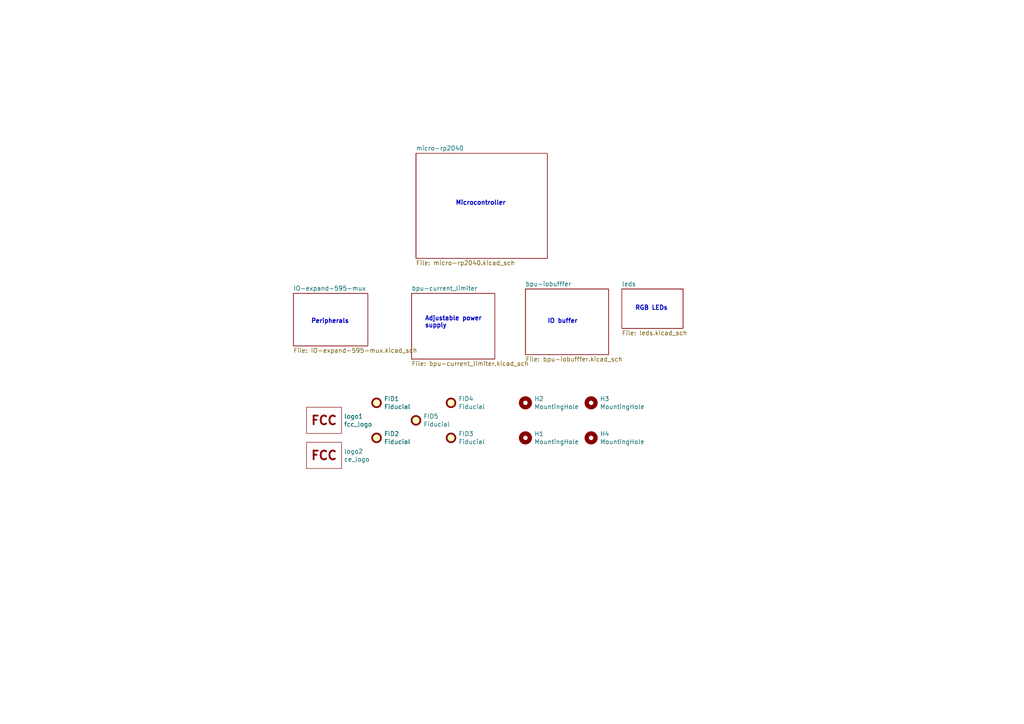
<source format=kicad_sch>
(kicad_sch (version 20231120) (generator "eeschema") (generator_version "8.0")
  (paper "A4")
  (lib_symbols
    (symbol "DP_logo_kicad:fcc_logo" (pin_names (offset 1.016))
      (property "Reference" "logo" (at 0 5.08 0))
      (property "Value" "fcc_logo" (at 0 -5.08 0))
      (symbol "fcc_logo_0_0"
        (rectangle (start -5.08 3.81) (end 5.08 -3.81))
        (text "FCC" (at 0 0 0) (effects (font (size 2.54 2.54) (bold yes))))
      )
    )
    (symbol "Mechanical:Fiducial"
      (property "Reference" "FID" (at 0 5.08 0))
      (property "Value" "Fiducial" (at 0 3.175 0))
      (symbol "Fiducial_0_1"
        (circle (center 0 0) (radius 1.27) (stroke (width 0.508)) (fill (type background)))
      )
    )
    (symbol "Mechanical:MountingHole" (pin_names (offset 1.016))
      (property "Reference" "H" (at 0 5.08 0))
      (property "Value" "MountingHole" (at 0 3.175 0))
      (symbol "MountingHole_0_1"
        (circle (center 0 0) (radius 1.27) (stroke (width 1.27)))
      )
    )
  )
  (text "Microcontroller" (at 132.08 59.69 0) (effects (font (size 1.27 1.27) (thickness 0.254) (bold yes)) (justify left bottom)))
  (text "Adjustable power \nsupply" (at 123.19 95.25 0) (effects (font (size 1.27 1.27) (thickness 0.254) (bold yes)) (justify left bottom)))
  (text "IO buffer" (at 158.75 93.98 0) (effects (font (size 1.27 1.27) (thickness 0.254) (bold yes)) (justify left bottom)))
  (text "Peripherals" (at 90.17 93.98 0) (effects (font (size 1.27 1.27) (thickness 0.254) (bold yes)) (justify left bottom)))
  (text "RGB LEDs" (at 184.15 90.17 0) (effects (font (size 1.27 1.27) (thickness 0.254) (bold yes)) (justify left bottom)))
  (symbol (lib_id "Mechanical:MountingHole") (at 152.4 116.84 0) (unit 1) (in_bom no)
    (property "Reference" "H2" (at 154.94 115.6716 0) (effects (justify left)))
    (property "Value" "MountingHole" (at 154.94 117.983 0) (effects (justify left)))
    (property "Footprint" "MountingHole:MountingHole_3.2mm_M3" (effects (hide yes)))
  )
  (symbol (lib_id "Mechanical:MountingHole") (at 152.4 127 0) (unit 1) (in_bom no)
    (property "Reference" "H1" (at 154.94 125.8316 0) (effects (justify left)))
    (property "Value" "MountingHole" (at 154.94 128.143 0) (effects (justify left)))
    (property "Footprint" "MountingHole:MountingHole_3.2mm_M3" (effects (hide yes)))
  )
  (symbol (lib_id "Mechanical:MountingHole") (at 171.45 116.84 0) (unit 1) (in_bom no)
    (property "Reference" "H3" (at 173.99 115.6716 0) (effects (justify left)))
    (property "Value" "MountingHole" (at 173.99 117.983 0) (effects (justify left)))
    (property "Footprint" "MountingHole:MountingHole_3.2mm_M3" (effects (hide yes)))
  )
  (symbol (lib_id "Mechanical:MountingHole") (at 171.45 127 0) (unit 1) (in_bom no)
    (property "Reference" "H4" (at 173.99 125.8316 0) (effects (justify left)))
    (property "Value" "MountingHole" (at 173.99 128.143 0) (effects (justify left)))
    (property "Footprint" "MountingHole:MountingHole_3.2mm_M3" (effects (hide yes)))
  )
  (symbol (lib_id "Mechanical:Fiducial") (at 109.22 116.84 0) (unit 1) (in_bom no)
    (property "Reference" "FID1" (at 111.379 115.6716 0) (effects (justify left)))
    (property "Value" "Fiducial" (at 111.379 117.983 0) (effects (justify left)))
    (property "Footprint" "Fiducial:Fiducial_1mm_Mask2mm" (effects (hide yes)))
  )
  (symbol (lib_id "Mechanical:Fiducial") (at 109.22 127 0) (unit 1) (in_bom no)
    (property "Reference" "FID2" (at 111.379 125.8316 0) (effects (justify left)))
    (property "Value" "Fiducial" (at 111.379 128.143 0) (effects (justify left)))
    (property "Footprint" "Fiducial:Fiducial_1mm_Mask2mm" (effects (hide yes)))
  )
  (symbol (lib_id "Mechanical:Fiducial") (at 130.81 127 0) (unit 1) (in_bom no)
    (property "Reference" "FID3" (at 132.969 125.8316 0) (effects (justify left)))
    (property "Value" "Fiducial" (at 132.969 128.143 0) (effects (justify left)))
    (property "Footprint" "Fiducial:Fiducial_1mm_Mask2mm" (effects (hide yes)))
  )
  (symbol (lib_id "Mechanical:Fiducial") (at 130.81 116.84 0) (unit 1) (in_bom no)
    (property "Reference" "FID4" (at 132.969 115.6716 0) (effects (justify left)))
    (property "Value" "Fiducial" (at 132.969 117.983 0) (effects (justify left)))
    (property "Footprint" "Fiducial:Fiducial_1mm_Mask2mm" (effects (hide yes)))
  )
  (symbol (lib_id "Mechanical:Fiducial") (at 120.65 121.92 0) (unit 1) (in_bom no)
    (property "Reference" "FID5" (at 122.809 120.7516 0) (effects (justify left)))
    (property "Value" "Fiducial" (at 122.809 123.063 0) (effects (justify left)))
    (property "Footprint" "Fiducial:Fiducial_1mm_Mask2mm" (effects (hide yes)))
  )
  (symbol (lib_id "DP_logo_kicad:fcc_logo") (at 93.98 121.92 0) (unit 1) (in_bom no)
    (property "Reference" "logo1" (at 99.7712 120.7516 0) (effects (justify left)))
    (property "Value" "fcc_logo" (at 99.7712 123.063 0) (effects (justify left)))
    (property "Footprint" "dp-logo:logo_fcc" (effects (hide yes)))
  )
  (symbol (lib_id "DP_logo_kicad:fcc_logo") (at 93.98 132.08 0) (unit 1) (in_bom no)
    (property "Reference" "logo2" (at 99.7712 130.9116 0) (effects (justify left)))
    (property "Value" "ce_logo" (at 99.7712 133.223 0) (effects (justify left)))
    (property "Footprint" "Symbol:CE-Logo_11.2x8mm_SilkScreen" (effects (hide yes)))
  )
  (sheet (at 152.4 83.82) (size 24.13 19.05)
    (property "Sheetname" "bpu-iobufffer" (at 152.4 83.1084 0) (effects (justify left bottom)))
    (property "Sheetfile" "bpu-iobufffer.kicad_sch" (at 152.4 103.4546 0) (effects (justify left top)))
  )
  (sheet (at 119.38 85.09) (size 24.13 19.05)
    (property "Sheetname" "bpu-current_limiter" (at 119.38 84.3784 0) (effects (justify left bottom)))
    (property "Sheetfile" "bpu-current_limiter.kicad_sch" (at 119.38 104.7246 0) (effects (justify left top)))
  )
  (sheet (at 120.65 44.45) (size 38.1 30.48)
    (property "Sheetname" "micro-rp2040" (at 120.65 43.7384 0) (effects (justify left bottom)))
    (property "Sheetfile" "micro-rp2040.kicad_sch" (at 120.65 75.5146 0) (effects (justify left top)))
  )
  (sheet (at 85.09 85.09) (size 21.59 15.24)
    (property "Sheetname" "IO-expand-595-mux" (at 85.09 84.3784 0) (effects (justify left bottom)))
    (property "Sheetfile" "IO-expand-595-mux.kicad_sch" (at 85.09 100.9146 0) (effects (justify left top)))
  )
  (sheet (at 180.34 83.82) (size 17.78 11.43)
    (property "Sheetname" "leds" (at 180.34 83.1084 0) (effects (justify left bottom)))
    (property "Sheetfile" "leds.kicad_sch" (at 180.34 95.8346 0) (effects (justify left top)))
  )
)
</source>
